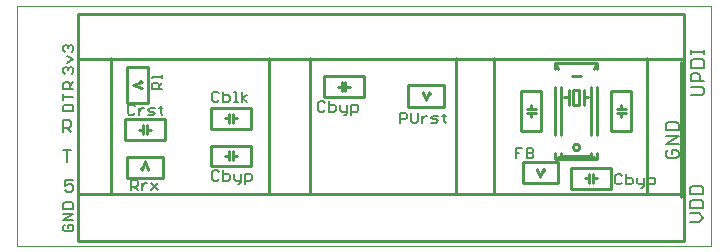
<source format=gto>
G75*
%MOIN*%
%OFA0B0*%
%FSLAX25Y25*%
%IPPOS*%
%LPD*%
%AMOC8*
5,1,8,0,0,1.08239X$1,22.5*
%
%ADD10C,0.00000*%
%ADD11C,0.01000*%
%ADD12C,0.00600*%
%ADD13C,0.00800*%
D10*
X0053406Y0025000D02*
X0053406Y0105000D01*
X0284656Y0105000D01*
X0284656Y0025000D01*
X0053406Y0025000D01*
D11*
X0073781Y0026500D02*
X0275531Y0026500D01*
X0275531Y0042250D01*
X0073781Y0042250D01*
X0073781Y0026500D01*
X0073781Y0042250D02*
X0073781Y0087250D01*
X0275531Y0087250D01*
X0275531Y0102250D01*
X0073781Y0102250D01*
X0073781Y0087250D01*
X0084656Y0087500D02*
X0084656Y0042500D01*
X0089972Y0047715D02*
X0101841Y0047715D01*
X0101813Y0054757D01*
X0089944Y0054757D01*
X0089972Y0047715D01*
X0094891Y0050469D02*
X0094735Y0051094D01*
X0094906Y0050475D02*
X0095906Y0053375D01*
X0096906Y0050475D01*
X0096922Y0050547D02*
X0097078Y0051094D01*
X0117966Y0051508D02*
X0117963Y0058459D01*
X0131312Y0058459D01*
X0131315Y0051508D01*
X0117966Y0051508D01*
X0124056Y0053600D02*
X0124056Y0056500D01*
X0125356Y0056500D02*
X0125356Y0053600D01*
X0125456Y0055000D02*
X0126656Y0055000D01*
X0123956Y0055000D02*
X0122656Y0055000D01*
X0102565Y0060258D02*
X0089216Y0060258D01*
X0089213Y0067209D01*
X0102562Y0067209D01*
X0102565Y0060258D01*
X0096606Y0062350D02*
X0096606Y0065250D01*
X0095306Y0065250D02*
X0095306Y0062350D01*
X0095206Y0063750D02*
X0093906Y0063750D01*
X0096706Y0063750D02*
X0097906Y0063750D01*
X0117966Y0064008D02*
X0117963Y0070959D01*
X0131312Y0070959D01*
X0131315Y0064008D01*
X0117966Y0064008D01*
X0124056Y0066100D02*
X0124056Y0069000D01*
X0125356Y0069000D02*
X0125356Y0066100D01*
X0125456Y0067500D02*
X0126656Y0067500D01*
X0123956Y0067500D02*
X0122656Y0067500D01*
X0096941Y0072815D02*
X0096941Y0084685D01*
X0089899Y0084657D01*
X0089899Y0072787D01*
X0096941Y0072815D01*
X0094812Y0077735D02*
X0094188Y0077578D01*
X0094806Y0077750D02*
X0091906Y0078750D01*
X0094806Y0079750D01*
X0094734Y0079765D02*
X0094188Y0079922D01*
X0137156Y0087500D02*
X0137156Y0042500D01*
X0150906Y0042500D02*
X0150906Y0087500D01*
X0155498Y0081617D02*
X0168847Y0081617D01*
X0168850Y0074666D01*
X0155501Y0074666D01*
X0155498Y0081617D01*
X0161456Y0079525D02*
X0161456Y0076625D01*
X0162756Y0076625D02*
X0162756Y0079525D01*
X0162856Y0078125D02*
X0164156Y0078125D01*
X0161356Y0078125D02*
X0160156Y0078125D01*
X0183722Y0078535D02*
X0183750Y0071493D01*
X0195619Y0071493D01*
X0195591Y0078535D01*
X0183722Y0078535D01*
X0188656Y0076400D02*
X0189656Y0073500D01*
X0190656Y0076400D01*
X0190672Y0076406D02*
X0190828Y0075781D01*
X0188641Y0076328D02*
X0188485Y0075781D01*
X0199656Y0087500D02*
X0199656Y0042500D01*
X0212156Y0042500D02*
X0212156Y0087500D01*
X0232656Y0086000D02*
X0233546Y0084000D01*
X0232656Y0084000D02*
X0232656Y0086000D01*
X0246656Y0086000D01*
X0245767Y0084000D01*
X0246656Y0084000D02*
X0246656Y0086000D01*
X0241156Y0081500D02*
X0238156Y0081500D01*
X0234656Y0078000D02*
X0234656Y0062000D01*
X0232656Y0062000D02*
X0232656Y0078000D01*
X0237156Y0077000D02*
X0237156Y0074500D01*
X0235656Y0074500D01*
X0237156Y0074500D02*
X0237156Y0072000D01*
X0238656Y0072000D02*
X0240656Y0072000D01*
X0240656Y0077000D01*
X0238656Y0077000D01*
X0238656Y0072000D01*
X0242156Y0072000D02*
X0242156Y0074500D01*
X0243656Y0074500D01*
X0242156Y0074500D02*
X0242156Y0077000D01*
X0244656Y0078000D02*
X0244656Y0062000D01*
X0246656Y0062000D02*
X0246656Y0078000D01*
X0251165Y0076691D02*
X0251165Y0063341D01*
X0258115Y0063344D01*
X0258115Y0076693D01*
X0251165Y0076691D01*
X0254656Y0072000D02*
X0254656Y0070700D01*
X0253256Y0070600D02*
X0256156Y0070600D01*
X0256156Y0069300D02*
X0253256Y0069300D01*
X0254656Y0069200D02*
X0254656Y0068000D01*
X0238656Y0058000D02*
X0238658Y0058063D01*
X0238664Y0058125D01*
X0238674Y0058187D01*
X0238687Y0058249D01*
X0238705Y0058309D01*
X0238726Y0058368D01*
X0238751Y0058426D01*
X0238780Y0058482D01*
X0238812Y0058536D01*
X0238847Y0058588D01*
X0238885Y0058637D01*
X0238927Y0058685D01*
X0238971Y0058729D01*
X0239019Y0058771D01*
X0239068Y0058809D01*
X0239120Y0058844D01*
X0239174Y0058876D01*
X0239230Y0058905D01*
X0239288Y0058930D01*
X0239347Y0058951D01*
X0239407Y0058969D01*
X0239469Y0058982D01*
X0239531Y0058992D01*
X0239593Y0058998D01*
X0239656Y0059000D01*
X0239719Y0058998D01*
X0239781Y0058992D01*
X0239843Y0058982D01*
X0239905Y0058969D01*
X0239965Y0058951D01*
X0240024Y0058930D01*
X0240082Y0058905D01*
X0240138Y0058876D01*
X0240192Y0058844D01*
X0240244Y0058809D01*
X0240293Y0058771D01*
X0240341Y0058729D01*
X0240385Y0058685D01*
X0240427Y0058637D01*
X0240465Y0058588D01*
X0240500Y0058536D01*
X0240532Y0058482D01*
X0240561Y0058426D01*
X0240586Y0058368D01*
X0240607Y0058309D01*
X0240625Y0058249D01*
X0240638Y0058187D01*
X0240648Y0058125D01*
X0240654Y0058063D01*
X0240656Y0058000D01*
X0240654Y0057937D01*
X0240648Y0057875D01*
X0240638Y0057813D01*
X0240625Y0057751D01*
X0240607Y0057691D01*
X0240586Y0057632D01*
X0240561Y0057574D01*
X0240532Y0057518D01*
X0240500Y0057464D01*
X0240465Y0057412D01*
X0240427Y0057363D01*
X0240385Y0057315D01*
X0240341Y0057271D01*
X0240293Y0057229D01*
X0240244Y0057191D01*
X0240192Y0057156D01*
X0240138Y0057124D01*
X0240082Y0057095D01*
X0240024Y0057070D01*
X0239965Y0057049D01*
X0239905Y0057031D01*
X0239843Y0057018D01*
X0239781Y0057008D01*
X0239719Y0057002D01*
X0239656Y0057000D01*
X0239593Y0057002D01*
X0239531Y0057008D01*
X0239469Y0057018D01*
X0239407Y0057031D01*
X0239347Y0057049D01*
X0239288Y0057070D01*
X0239230Y0057095D01*
X0239174Y0057124D01*
X0239120Y0057156D01*
X0239068Y0057191D01*
X0239019Y0057229D01*
X0238971Y0057271D01*
X0238927Y0057315D01*
X0238885Y0057363D01*
X0238847Y0057412D01*
X0238812Y0057464D01*
X0238780Y0057518D01*
X0238751Y0057574D01*
X0238726Y0057632D01*
X0238705Y0057691D01*
X0238687Y0057751D01*
X0238674Y0057813D01*
X0238664Y0057875D01*
X0238658Y0057937D01*
X0238656Y0058000D01*
X0234656Y0056000D02*
X0234656Y0055000D01*
X0232656Y0054000D01*
X0232656Y0056000D01*
X0232656Y0054000D02*
X0246656Y0054000D01*
X0246656Y0056000D01*
X0244656Y0056000D02*
X0244656Y0055000D01*
X0246656Y0054000D01*
X0244656Y0055000D02*
X0234656Y0055000D01*
X0233716Y0052910D02*
X0221847Y0052910D01*
X0221875Y0045868D01*
X0233744Y0045868D01*
X0233716Y0052910D01*
X0237963Y0050959D02*
X0251312Y0050959D01*
X0251315Y0044008D01*
X0237966Y0044008D01*
X0237963Y0050959D01*
X0244056Y0049000D02*
X0244056Y0046100D01*
X0245356Y0046100D02*
X0245356Y0049000D01*
X0245456Y0047500D02*
X0246656Y0047500D01*
X0243956Y0047500D02*
X0242656Y0047500D01*
X0228953Y0050156D02*
X0228797Y0050781D01*
X0228781Y0050775D02*
X0227781Y0047875D01*
X0226781Y0050775D01*
X0226766Y0050703D02*
X0226610Y0050156D01*
X0228115Y0063344D02*
X0221165Y0063341D01*
X0221165Y0076691D01*
X0228115Y0076693D01*
X0228115Y0063344D01*
X0224656Y0068000D02*
X0224656Y0069200D01*
X0223256Y0069300D02*
X0226156Y0069300D01*
X0226156Y0070600D02*
X0223256Y0070600D01*
X0224656Y0070700D02*
X0224656Y0072000D01*
X0263406Y0087500D02*
X0263406Y0042500D01*
X0274656Y0041250D02*
X0274656Y0086250D01*
X0275531Y0087250D02*
X0275531Y0042250D01*
D12*
X0266025Y0046117D02*
X0265457Y0045550D01*
X0263756Y0045550D01*
X0263756Y0044416D02*
X0263756Y0047819D01*
X0265457Y0047819D01*
X0266025Y0047251D01*
X0266025Y0046117D01*
X0262341Y0045550D02*
X0260640Y0045550D01*
X0260073Y0046117D01*
X0260073Y0047819D01*
X0258658Y0047251D02*
X0258091Y0047819D01*
X0256390Y0047819D01*
X0256390Y0048953D02*
X0256390Y0045550D01*
X0258091Y0045550D01*
X0258658Y0046117D01*
X0258658Y0047251D01*
X0262341Y0047819D02*
X0262341Y0044983D01*
X0261774Y0044416D01*
X0261207Y0044416D01*
X0254975Y0046117D02*
X0254408Y0045550D01*
X0253274Y0045550D01*
X0252706Y0046117D01*
X0252706Y0048386D01*
X0253274Y0048953D01*
X0254408Y0048953D01*
X0254975Y0048386D01*
X0225417Y0054742D02*
X0224850Y0054175D01*
X0223148Y0054175D01*
X0223148Y0057578D01*
X0224850Y0057578D01*
X0225417Y0057011D01*
X0225417Y0056444D01*
X0224850Y0055876D01*
X0223148Y0055876D01*
X0224850Y0055876D02*
X0225417Y0055309D01*
X0225417Y0054742D01*
X0220600Y0055876D02*
X0219465Y0055876D01*
X0219465Y0054175D02*
X0219465Y0057578D01*
X0221734Y0057578D01*
X0196135Y0066050D02*
X0195568Y0066617D01*
X0195568Y0068886D01*
X0195001Y0068319D02*
X0196135Y0068319D01*
X0193587Y0068319D02*
X0191885Y0068319D01*
X0191318Y0067751D01*
X0191885Y0067184D01*
X0193019Y0067184D01*
X0193587Y0066617D01*
X0193019Y0066050D01*
X0191318Y0066050D01*
X0189383Y0068319D02*
X0188249Y0067184D01*
X0188249Y0066050D02*
X0188249Y0068319D01*
X0189383Y0068319D02*
X0189950Y0068319D01*
X0186834Y0069453D02*
X0186834Y0066617D01*
X0186267Y0066050D01*
X0185133Y0066050D01*
X0184565Y0066617D01*
X0184565Y0069453D01*
X0183151Y0068886D02*
X0183151Y0067751D01*
X0182584Y0067184D01*
X0180882Y0067184D01*
X0180882Y0066050D02*
X0180882Y0069453D01*
X0182584Y0069453D01*
X0183151Y0068886D01*
X0167042Y0070367D02*
X0166475Y0069800D01*
X0164773Y0069800D01*
X0164773Y0068666D02*
X0164773Y0072069D01*
X0166475Y0072069D01*
X0167042Y0071501D01*
X0167042Y0070367D01*
X0163359Y0069800D02*
X0161657Y0069800D01*
X0161090Y0070367D01*
X0161090Y0072069D01*
X0159676Y0071501D02*
X0159109Y0072069D01*
X0157407Y0072069D01*
X0157407Y0073203D02*
X0157407Y0069800D01*
X0159109Y0069800D01*
X0159676Y0070367D01*
X0159676Y0071501D01*
X0155993Y0070367D02*
X0155425Y0069800D01*
X0154291Y0069800D01*
X0153724Y0070367D01*
X0153724Y0072636D01*
X0154291Y0073203D01*
X0155425Y0073203D01*
X0155993Y0072636D01*
X0163359Y0072069D02*
X0163359Y0069233D01*
X0162792Y0068666D01*
X0162224Y0068666D01*
X0129855Y0073050D02*
X0128153Y0074184D01*
X0129855Y0075319D01*
X0128153Y0076453D02*
X0128153Y0073050D01*
X0126832Y0073050D02*
X0125698Y0073050D01*
X0126265Y0073050D02*
X0126265Y0076453D01*
X0125698Y0076453D01*
X0124283Y0074751D02*
X0123716Y0075319D01*
X0122015Y0075319D01*
X0122015Y0076453D02*
X0122015Y0073050D01*
X0123716Y0073050D01*
X0124283Y0073617D01*
X0124283Y0074751D01*
X0120600Y0073617D02*
X0120033Y0073050D01*
X0118899Y0073050D01*
X0118331Y0073617D01*
X0118331Y0075886D01*
X0118899Y0076453D01*
X0120033Y0076453D01*
X0120600Y0075886D01*
X0101776Y0070944D02*
X0100642Y0070944D01*
X0101209Y0071511D02*
X0101209Y0069242D01*
X0101776Y0068675D01*
X0099228Y0069242D02*
X0098660Y0069809D01*
X0097526Y0069809D01*
X0096959Y0070376D01*
X0097526Y0070944D01*
X0099228Y0070944D01*
X0099228Y0069242D02*
X0098660Y0068675D01*
X0096959Y0068675D01*
X0095024Y0070944D02*
X0093890Y0069809D01*
X0093890Y0068675D02*
X0093890Y0070944D01*
X0095024Y0070944D02*
X0095591Y0070944D01*
X0092475Y0071511D02*
X0091908Y0072078D01*
X0090774Y0072078D01*
X0090206Y0071511D01*
X0090206Y0069242D01*
X0090774Y0068675D01*
X0091908Y0068675D01*
X0092475Y0069242D01*
X0098204Y0077175D02*
X0098204Y0078876D01*
X0098771Y0079444D01*
X0099905Y0079444D01*
X0100472Y0078876D01*
X0100472Y0077175D01*
X0100472Y0078309D02*
X0101606Y0079444D01*
X0101606Y0080858D02*
X0101606Y0081992D01*
X0101606Y0081425D02*
X0098204Y0081425D01*
X0098204Y0080858D01*
X0098204Y0077175D02*
X0101606Y0077175D01*
X0072106Y0077242D02*
X0068704Y0077242D01*
X0068704Y0078943D01*
X0069271Y0079510D01*
X0070405Y0079510D01*
X0070972Y0078943D01*
X0070972Y0077242D01*
X0070972Y0078376D02*
X0072106Y0079510D01*
X0071539Y0082376D02*
X0072106Y0082943D01*
X0072106Y0084077D01*
X0071539Y0084644D01*
X0070972Y0084644D01*
X0070405Y0084077D01*
X0070405Y0083510D01*
X0070405Y0084077D02*
X0069838Y0084644D01*
X0069271Y0084644D01*
X0068704Y0084077D01*
X0068704Y0082943D01*
X0069271Y0082376D01*
X0069838Y0086059D02*
X0072106Y0087193D01*
X0069838Y0088327D01*
X0069271Y0089742D02*
X0068704Y0090309D01*
X0068704Y0091443D01*
X0069271Y0092010D01*
X0069838Y0092010D01*
X0070405Y0091443D01*
X0070972Y0092010D01*
X0071539Y0092010D01*
X0072106Y0091443D01*
X0072106Y0090309D01*
X0071539Y0089742D01*
X0070405Y0090876D02*
X0070405Y0091443D01*
X0068704Y0075827D02*
X0068704Y0073559D01*
X0068704Y0074693D02*
X0072106Y0074693D01*
X0071539Y0072144D02*
X0069271Y0072144D01*
X0068704Y0071577D01*
X0068704Y0069876D01*
X0072106Y0069876D01*
X0072106Y0071577D01*
X0071539Y0072144D01*
X0118331Y0049636D02*
X0118331Y0047367D01*
X0118899Y0046800D01*
X0120033Y0046800D01*
X0120600Y0047367D01*
X0122015Y0046800D02*
X0123716Y0046800D01*
X0124283Y0047367D01*
X0124283Y0048501D01*
X0123716Y0049069D01*
X0122015Y0049069D01*
X0122015Y0050203D02*
X0122015Y0046800D01*
X0125698Y0047367D02*
X0125698Y0049069D01*
X0125698Y0047367D02*
X0126265Y0046800D01*
X0127966Y0046800D01*
X0127966Y0046233D02*
X0127399Y0045666D01*
X0126832Y0045666D01*
X0127966Y0046233D02*
X0127966Y0049069D01*
X0129381Y0049069D02*
X0131082Y0049069D01*
X0131650Y0048501D01*
X0131650Y0047367D01*
X0131082Y0046800D01*
X0129381Y0046800D01*
X0129381Y0045666D02*
X0129381Y0049069D01*
X0120600Y0049636D02*
X0120033Y0050203D01*
X0118899Y0050203D01*
X0118331Y0049636D01*
X0100228Y0045944D02*
X0097959Y0043675D01*
X0097959Y0045944D02*
X0100228Y0043675D01*
X0096591Y0045944D02*
X0096024Y0045944D01*
X0094890Y0044809D01*
X0094890Y0043675D02*
X0094890Y0045944D01*
X0093475Y0046511D02*
X0093475Y0045376D01*
X0092908Y0044809D01*
X0091206Y0044809D01*
X0091206Y0043675D02*
X0091206Y0047078D01*
X0092908Y0047078D01*
X0093475Y0046511D01*
X0092341Y0044809D02*
X0093475Y0043675D01*
X0072106Y0038943D02*
X0072106Y0037242D01*
X0068704Y0037242D01*
X0068704Y0038943D01*
X0069271Y0039510D01*
X0071539Y0039510D01*
X0072106Y0038943D01*
X0072106Y0035827D02*
X0068704Y0035827D01*
X0068704Y0033559D02*
X0072106Y0035827D01*
X0072106Y0033559D02*
X0068704Y0033559D01*
X0069271Y0032144D02*
X0068704Y0031577D01*
X0068704Y0030443D01*
X0069271Y0029876D01*
X0071539Y0029876D01*
X0072106Y0030443D01*
X0072106Y0031577D01*
X0071539Y0032144D01*
X0070405Y0032144D01*
X0070405Y0031010D01*
D13*
X0069903Y0042900D02*
X0069203Y0043601D01*
X0069903Y0042900D02*
X0071304Y0042900D01*
X0072005Y0043601D01*
X0072005Y0045002D01*
X0071304Y0045702D01*
X0070604Y0045702D01*
X0069203Y0045002D01*
X0069203Y0047104D01*
X0072005Y0047104D01*
X0069979Y0052900D02*
X0069979Y0057104D01*
X0068578Y0057104D02*
X0071380Y0057104D01*
X0071380Y0062900D02*
X0069979Y0064301D01*
X0070679Y0064301D02*
X0068578Y0064301D01*
X0068578Y0062900D02*
X0068578Y0067104D01*
X0070679Y0067104D01*
X0071380Y0066403D01*
X0071380Y0065002D01*
X0070679Y0064301D01*
X0269608Y0063502D02*
X0269608Y0065604D01*
X0270309Y0066304D01*
X0273111Y0066304D01*
X0273812Y0065604D01*
X0273812Y0063502D01*
X0269608Y0063502D01*
X0269608Y0061700D02*
X0273812Y0061700D01*
X0269608Y0058898D01*
X0273812Y0058898D01*
X0273111Y0057096D02*
X0271710Y0057096D01*
X0271710Y0055695D01*
X0270309Y0054294D02*
X0273111Y0054294D01*
X0273812Y0054994D01*
X0273812Y0056396D01*
X0273111Y0057096D01*
X0270309Y0057096D02*
X0269608Y0056396D01*
X0269608Y0054994D01*
X0270309Y0054294D01*
X0278434Y0045054D02*
X0277733Y0044354D01*
X0277733Y0042252D01*
X0281937Y0042252D01*
X0281937Y0044354D01*
X0281236Y0045054D01*
X0278434Y0045054D01*
X0278434Y0040450D02*
X0277733Y0039750D01*
X0277733Y0037648D01*
X0281937Y0037648D01*
X0281937Y0039750D01*
X0281236Y0040450D01*
X0278434Y0040450D01*
X0277733Y0035846D02*
X0280536Y0035846D01*
X0281937Y0034445D01*
X0280536Y0033044D01*
X0277733Y0033044D01*
X0277994Y0075244D02*
X0281497Y0075244D01*
X0282198Y0075945D01*
X0282198Y0077346D01*
X0281497Y0078046D01*
X0277994Y0078046D01*
X0277994Y0079848D02*
X0277994Y0081950D01*
X0278695Y0082650D01*
X0280096Y0082650D01*
X0280797Y0081950D01*
X0280797Y0079848D01*
X0282198Y0079848D02*
X0277994Y0079848D01*
X0277994Y0084452D02*
X0277994Y0086554D01*
X0278695Y0087254D01*
X0281497Y0087254D01*
X0282198Y0086554D01*
X0282198Y0084452D01*
X0277994Y0084452D01*
X0277994Y0089056D02*
X0277994Y0090457D01*
X0277994Y0089756D02*
X0282198Y0089756D01*
X0282198Y0089056D02*
X0282198Y0090457D01*
M02*

</source>
